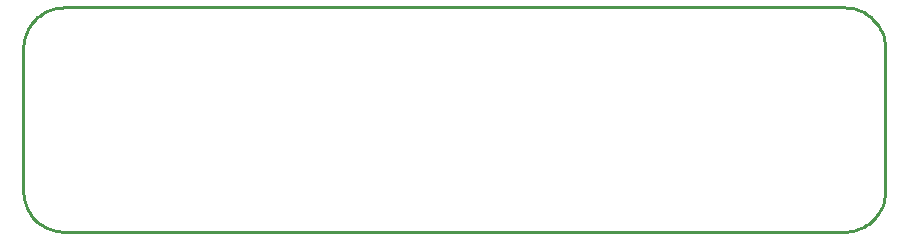
<source format=gko>
G04*
G04 #@! TF.GenerationSoftware,Altium Limited,Altium Designer,18.0.7 (293)*
G04*
G04 Layer_Color=16711935*
%FSLAX25Y25*%
%MOIN*%
G70*
G01*
G75*
%ADD12C,0.01000*%
D12*
X0Y13780D02*
X35Y12797D01*
X140Y11818D01*
X315Y10851D01*
X558Y9897D01*
X869Y8964D01*
X1245Y8055D01*
X1685Y7176D01*
X2187Y6330D01*
X2748Y5522D01*
X3366Y4756D01*
X4036Y4036D01*
X4756Y3366D01*
X5522Y2748D01*
X6330Y2187D01*
X7176Y1685D01*
X8055Y1245D01*
X8964Y869D01*
X9897Y558D01*
X10851Y315D01*
X11818Y140D01*
X12797Y35D01*
X13780Y0D01*
Y74803D02*
X12797Y74768D01*
X11818Y74663D01*
X10851Y74488D01*
X9897Y74245D01*
X8964Y73934D01*
X8055Y73558D01*
X7176Y73118D01*
X6330Y72616D01*
X5522Y72055D01*
X4756Y71438D01*
X4036Y70767D01*
X3366Y70047D01*
X2748Y69281D01*
X2187Y68473D01*
X1685Y67627D01*
X1245Y66748D01*
X869Y65839D01*
X558Y64906D01*
X315Y63953D01*
X140Y62985D01*
X35Y62007D01*
X0Y61024D01*
X287402D02*
X287367Y62007D01*
X287261Y62985D01*
X287087Y63953D01*
X286843Y64906D01*
X286533Y65839D01*
X286156Y66748D01*
X285716Y67627D01*
X285214Y68473D01*
X284653Y69281D01*
X284036Y70047D01*
X283366Y70767D01*
X282646Y71438D01*
X281880Y72055D01*
X281072Y72616D01*
X280226Y73118D01*
X279346Y73558D01*
X278437Y73934D01*
X277504Y74245D01*
X276551Y74488D01*
X275583Y74663D01*
X274605Y74768D01*
X273622Y74803D01*
Y0D02*
X274605Y35D01*
X275583Y140D01*
X276551Y315D01*
X277504Y558D01*
X278437Y869D01*
X279346Y1245D01*
X280226Y1685D01*
X281072Y2187D01*
X281880Y2748D01*
X282646Y3366D01*
X283366Y4036D01*
X284036Y4756D01*
X284653Y5522D01*
X285214Y6330D01*
X285716Y7176D01*
X286156Y8055D01*
X286533Y8964D01*
X286843Y9897D01*
X287087Y10851D01*
X287261Y11818D01*
X287367Y12797D01*
X287402Y13780D01*
X13780Y74803D02*
X273622D01*
X287402Y13780D02*
Y61024D01*
X13780Y0D02*
X273622D01*
X0Y13780D02*
Y61024D01*
M02*

</source>
